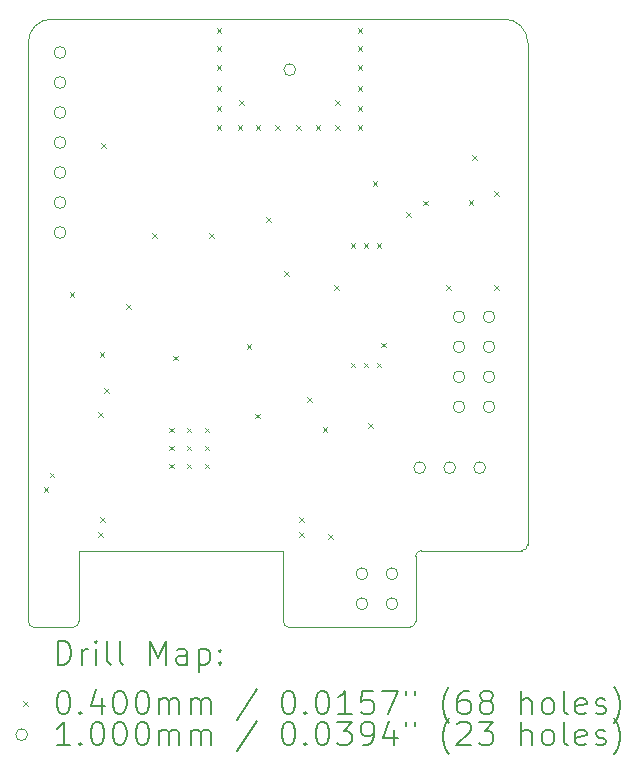
<source format=gbr>
%FSLAX45Y45*%
G04 Gerber Fmt 4.5, Leading zero omitted, Abs format (unit mm)*
G04 Created by KiCad (PCBNEW (6.0.6-0)) date 2022-08-24 21:54:26*
%MOMM*%
%LPD*%
G01*
G04 APERTURE LIST*
%TA.AperFunction,Profile*%
%ADD10C,0.100000*%
%TD*%
%ADD11C,0.200000*%
%ADD12C,0.040000*%
%ADD13C,0.100000*%
G04 APERTURE END LIST*
D10*
X8303200Y-15596800D02*
G75*
G03*
X8353200Y-15646800I50000J0D01*
G01*
X12533200Y-10696800D02*
G75*
G03*
X12333200Y-10496800I-200000J0D01*
G01*
X12333200Y-10496800D02*
X8503200Y-10496800D01*
X12483200Y-14996800D02*
G75*
G03*
X12533200Y-14946800I0J50000D01*
G01*
X8683200Y-15646800D02*
X8353200Y-15646800D01*
X11533200Y-15646800D02*
X10513200Y-15646800D01*
X10463200Y-15596800D02*
G75*
G03*
X10513200Y-15646800I50000J0D01*
G01*
X11533200Y-15646800D02*
G75*
G03*
X11583200Y-15596800I0J50000D01*
G01*
X11583200Y-15596800D02*
X11583200Y-15046800D01*
X10463200Y-14996800D02*
X8733200Y-14996800D01*
X11633200Y-14996800D02*
G75*
G03*
X11583200Y-15046800I0J-50000D01*
G01*
X8733200Y-14996800D02*
X8733200Y-15596800D01*
X10463200Y-15596800D02*
X10463200Y-14996800D01*
X8683200Y-15646800D02*
G75*
G03*
X8733200Y-15596800I0J50000D01*
G01*
X8303200Y-15596800D02*
X8303200Y-10696800D01*
X8503200Y-10496800D02*
G75*
G03*
X8303200Y-10696800I0J-200000D01*
G01*
X12533200Y-10696800D02*
X12533200Y-14946800D01*
X12483200Y-14996800D02*
X11633200Y-14996800D01*
D11*
D12*
X8433121Y-14460539D02*
X8473121Y-14500539D01*
X8473121Y-14460539D02*
X8433121Y-14500539D01*
X8483920Y-14336080D02*
X8523920Y-14376080D01*
X8523920Y-14336080D02*
X8483920Y-14376080D01*
X8654100Y-12807000D02*
X8694100Y-12847000D01*
X8694100Y-12807000D02*
X8654100Y-12847000D01*
X8895400Y-13823000D02*
X8935400Y-13863000D01*
X8935400Y-13823000D02*
X8895400Y-13863000D01*
X8895400Y-14839000D02*
X8935400Y-14879000D01*
X8935400Y-14839000D02*
X8895400Y-14879000D01*
X8908100Y-13315000D02*
X8948100Y-13355000D01*
X8948100Y-13315000D02*
X8908100Y-13355000D01*
X8910940Y-14714540D02*
X8950940Y-14754540D01*
X8950940Y-14714540D02*
X8910940Y-14754540D01*
X8920800Y-11547160D02*
X8960800Y-11587160D01*
X8960800Y-11547160D02*
X8920800Y-11587160D01*
X8946200Y-13619800D02*
X8986200Y-13659800D01*
X8986200Y-13619800D02*
X8946200Y-13659800D01*
X9132460Y-12909460D02*
X9172460Y-12949460D01*
X9172460Y-12909460D02*
X9132460Y-12949460D01*
X9352600Y-12311700D02*
X9392600Y-12351700D01*
X9392600Y-12311700D02*
X9352600Y-12351700D01*
X9494840Y-13955080D02*
X9534840Y-13995080D01*
X9534840Y-13955080D02*
X9494840Y-13995080D01*
X9494840Y-14107480D02*
X9534840Y-14147480D01*
X9534840Y-14107480D02*
X9494840Y-14147480D01*
X9494840Y-14259880D02*
X9534840Y-14299880D01*
X9534840Y-14259880D02*
X9494840Y-14299880D01*
X9530400Y-13346800D02*
X9570400Y-13386800D01*
X9570400Y-13346800D02*
X9530400Y-13386800D01*
X9644700Y-13955080D02*
X9684700Y-13995080D01*
X9684700Y-13955080D02*
X9644700Y-13995080D01*
X9644700Y-14107480D02*
X9684700Y-14147480D01*
X9684700Y-14107480D02*
X9644700Y-14147480D01*
X9644700Y-14259880D02*
X9684700Y-14299880D01*
X9684700Y-14259880D02*
X9644700Y-14299880D01*
X9797100Y-13955080D02*
X9837100Y-13995080D01*
X9837100Y-13955080D02*
X9797100Y-13995080D01*
X9797100Y-14107480D02*
X9837100Y-14147480D01*
X9837100Y-14107480D02*
X9797100Y-14147480D01*
X9797100Y-14259880D02*
X9837100Y-14299880D01*
X9837100Y-14259880D02*
X9797100Y-14299880D01*
X9835200Y-12311700D02*
X9875200Y-12351700D01*
X9875200Y-12311700D02*
X9835200Y-12351700D01*
X9898700Y-10571800D02*
X9938700Y-10611800D01*
X9938700Y-10571800D02*
X9898700Y-10611800D01*
X9898700Y-10724200D02*
X9938700Y-10764200D01*
X9938700Y-10724200D02*
X9898700Y-10764200D01*
X9898700Y-10889300D02*
X9938700Y-10929300D01*
X9938700Y-10889300D02*
X9898700Y-10929300D01*
X9898700Y-11067100D02*
X9938700Y-11107100D01*
X9938700Y-11067100D02*
X9898700Y-11107100D01*
X9898700Y-11232200D02*
X9938700Y-11272200D01*
X9938700Y-11232200D02*
X9898700Y-11272200D01*
X9898700Y-11397300D02*
X9938700Y-11437300D01*
X9938700Y-11397300D02*
X9898700Y-11437300D01*
X10076500Y-11397300D02*
X10116500Y-11437300D01*
X10116500Y-11397300D02*
X10076500Y-11437300D01*
X10089200Y-11181400D02*
X10129200Y-11221400D01*
X10129200Y-11181400D02*
X10089200Y-11221400D01*
X10152700Y-13251500D02*
X10192700Y-13291500D01*
X10192700Y-13251500D02*
X10152700Y-13291500D01*
X10223200Y-13836800D02*
X10263200Y-13876800D01*
X10263200Y-13836800D02*
X10223200Y-13876800D01*
X10228900Y-11397300D02*
X10268900Y-11437300D01*
X10268900Y-11397300D02*
X10228900Y-11437300D01*
X10317801Y-12172000D02*
X10357801Y-12212000D01*
X10357801Y-12172000D02*
X10317801Y-12212000D01*
X10394000Y-11397300D02*
X10434000Y-11437300D01*
X10434000Y-11397300D02*
X10394000Y-11437300D01*
X10470200Y-12629200D02*
X10510200Y-12669200D01*
X10510200Y-12629200D02*
X10470200Y-12669200D01*
X10571800Y-11397300D02*
X10611800Y-11437300D01*
X10611800Y-11397300D02*
X10571800Y-11437300D01*
X10597200Y-14712000D02*
X10637200Y-14752000D01*
X10637200Y-14712000D02*
X10597200Y-14752000D01*
X10597200Y-14839000D02*
X10637200Y-14879000D01*
X10637200Y-14839000D02*
X10597200Y-14879000D01*
X10664940Y-13698540D02*
X10704940Y-13738540D01*
X10704940Y-13698540D02*
X10664940Y-13738540D01*
X10736900Y-11397300D02*
X10776900Y-11437300D01*
X10776900Y-11397300D02*
X10736900Y-11437300D01*
X10797460Y-13952540D02*
X10837460Y-13992540D01*
X10837460Y-13952540D02*
X10797460Y-13992540D01*
X10843150Y-14855100D02*
X10883150Y-14895100D01*
X10883150Y-14855100D02*
X10843150Y-14895100D01*
X10893200Y-12746801D02*
X10933200Y-12786801D01*
X10933200Y-12746801D02*
X10893200Y-12786801D01*
X10902000Y-11181400D02*
X10942000Y-11221400D01*
X10942000Y-11181400D02*
X10902000Y-11221400D01*
X10902000Y-11397300D02*
X10942000Y-11437300D01*
X10942000Y-11397300D02*
X10902000Y-11437300D01*
X11033200Y-12396800D02*
X11073200Y-12436800D01*
X11073200Y-12396800D02*
X11033200Y-12436800D01*
X11033200Y-13406800D02*
X11073200Y-13446800D01*
X11073200Y-13406800D02*
X11033200Y-13446800D01*
X11092500Y-10571800D02*
X11132500Y-10611800D01*
X11132500Y-10571800D02*
X11092500Y-10611800D01*
X11092500Y-10724200D02*
X11132500Y-10764200D01*
X11132500Y-10724200D02*
X11092500Y-10764200D01*
X11092500Y-10889300D02*
X11132500Y-10929300D01*
X11132500Y-10889300D02*
X11092500Y-10929300D01*
X11092500Y-11067100D02*
X11132500Y-11107100D01*
X11132500Y-11067100D02*
X11092500Y-11107100D01*
X11092500Y-11232200D02*
X11132500Y-11272200D01*
X11132500Y-11232200D02*
X11092500Y-11272200D01*
X11092500Y-11397300D02*
X11132500Y-11437300D01*
X11132500Y-11397300D02*
X11092500Y-11437300D01*
X11143200Y-12396800D02*
X11183200Y-12436800D01*
X11183200Y-12396800D02*
X11143200Y-12436800D01*
X11143200Y-13406800D02*
X11183200Y-13446800D01*
X11183200Y-13406800D02*
X11143200Y-13446800D01*
X11183200Y-13916800D02*
X11223200Y-13956800D01*
X11223200Y-13916800D02*
X11183200Y-13956800D01*
X11219500Y-11867200D02*
X11259500Y-11907200D01*
X11259500Y-11867200D02*
X11219500Y-11907200D01*
X11253200Y-12396800D02*
X11293200Y-12436800D01*
X11293200Y-12396800D02*
X11253200Y-12436800D01*
X11253200Y-13406800D02*
X11293200Y-13446800D01*
X11293200Y-13406800D02*
X11253200Y-13446800D01*
X11293200Y-13236800D02*
X11333200Y-13276800D01*
X11333200Y-13236800D02*
X11293200Y-13276800D01*
X11503200Y-12133900D02*
X11543200Y-12173900D01*
X11543200Y-12133900D02*
X11503200Y-12173900D01*
X11649700Y-12033900D02*
X11689700Y-12073900D01*
X11689700Y-12033900D02*
X11649700Y-12073900D01*
X11841800Y-12749850D02*
X11881800Y-12789850D01*
X11881800Y-12749850D02*
X11841800Y-12789850D01*
X12033200Y-12026800D02*
X12073200Y-12066800D01*
X12073200Y-12026800D02*
X12033200Y-12066800D01*
X12061309Y-11648690D02*
X12101309Y-11688690D01*
X12101309Y-11648690D02*
X12061309Y-11688690D01*
X12248200Y-11956100D02*
X12288200Y-11996100D01*
X12288200Y-11956100D02*
X12248200Y-11996100D01*
X12248200Y-12749850D02*
X12288200Y-12789850D01*
X12288200Y-12749850D02*
X12248200Y-12789850D01*
D13*
X8622500Y-10779760D02*
G75*
G03*
X8622500Y-10779760I-50000J0D01*
G01*
X8622500Y-11033760D02*
G75*
G03*
X8622500Y-11033760I-50000J0D01*
G01*
X8622500Y-11287760D02*
G75*
G03*
X8622500Y-11287760I-50000J0D01*
G01*
X8622500Y-11541760D02*
G75*
G03*
X8622500Y-11541760I-50000J0D01*
G01*
X8622500Y-11795760D02*
G75*
G03*
X8622500Y-11795760I-50000J0D01*
G01*
X8622500Y-12049760D02*
G75*
G03*
X8622500Y-12049760I-50000J0D01*
G01*
X8622500Y-12303760D02*
G75*
G03*
X8622500Y-12303760I-50000J0D01*
G01*
X10568218Y-10925146D02*
G75*
G03*
X10568218Y-10925146I-50000J0D01*
G01*
X11179200Y-15192800D02*
G75*
G03*
X11179200Y-15192800I-50000J0D01*
G01*
X11179200Y-15446800D02*
G75*
G03*
X11179200Y-15446800I-50000J0D01*
G01*
X11433200Y-15192800D02*
G75*
G03*
X11433200Y-15192800I-50000J0D01*
G01*
X11433200Y-15446800D02*
G75*
G03*
X11433200Y-15446800I-50000J0D01*
G01*
X11667960Y-14295120D02*
G75*
G03*
X11667960Y-14295120I-50000J0D01*
G01*
X11921960Y-14295120D02*
G75*
G03*
X11921960Y-14295120I-50000J0D01*
G01*
X12000700Y-13017500D02*
G75*
G03*
X12000700Y-13017500I-50000J0D01*
G01*
X12000700Y-13271500D02*
G75*
G03*
X12000700Y-13271500I-50000J0D01*
G01*
X12000700Y-13525500D02*
G75*
G03*
X12000700Y-13525500I-50000J0D01*
G01*
X12000700Y-13779500D02*
G75*
G03*
X12000700Y-13779500I-50000J0D01*
G01*
X12175960Y-14295120D02*
G75*
G03*
X12175960Y-14295120I-50000J0D01*
G01*
X12254700Y-13017500D02*
G75*
G03*
X12254700Y-13017500I-50000J0D01*
G01*
X12254700Y-13271500D02*
G75*
G03*
X12254700Y-13271500I-50000J0D01*
G01*
X12254700Y-13525500D02*
G75*
G03*
X12254700Y-13525500I-50000J0D01*
G01*
X12254700Y-13779500D02*
G75*
G03*
X12254700Y-13779500I-50000J0D01*
G01*
D11*
X8555819Y-15962276D02*
X8555819Y-15762276D01*
X8603438Y-15762276D01*
X8632010Y-15771800D01*
X8651057Y-15790848D01*
X8660581Y-15809895D01*
X8670105Y-15847990D01*
X8670105Y-15876562D01*
X8660581Y-15914657D01*
X8651057Y-15933705D01*
X8632010Y-15952752D01*
X8603438Y-15962276D01*
X8555819Y-15962276D01*
X8755819Y-15962276D02*
X8755819Y-15828943D01*
X8755819Y-15867038D02*
X8765343Y-15847990D01*
X8774867Y-15838467D01*
X8793914Y-15828943D01*
X8812962Y-15828943D01*
X8879629Y-15962276D02*
X8879629Y-15828943D01*
X8879629Y-15762276D02*
X8870105Y-15771800D01*
X8879629Y-15781324D01*
X8889152Y-15771800D01*
X8879629Y-15762276D01*
X8879629Y-15781324D01*
X9003438Y-15962276D02*
X8984390Y-15952752D01*
X8974867Y-15933705D01*
X8974867Y-15762276D01*
X9108200Y-15962276D02*
X9089152Y-15952752D01*
X9079629Y-15933705D01*
X9079629Y-15762276D01*
X9336771Y-15962276D02*
X9336771Y-15762276D01*
X9403438Y-15905133D01*
X9470105Y-15762276D01*
X9470105Y-15962276D01*
X9651057Y-15962276D02*
X9651057Y-15857514D01*
X9641533Y-15838467D01*
X9622486Y-15828943D01*
X9584390Y-15828943D01*
X9565343Y-15838467D01*
X9651057Y-15952752D02*
X9632010Y-15962276D01*
X9584390Y-15962276D01*
X9565343Y-15952752D01*
X9555819Y-15933705D01*
X9555819Y-15914657D01*
X9565343Y-15895609D01*
X9584390Y-15886086D01*
X9632010Y-15886086D01*
X9651057Y-15876562D01*
X9746295Y-15828943D02*
X9746295Y-16028943D01*
X9746295Y-15838467D02*
X9765343Y-15828943D01*
X9803438Y-15828943D01*
X9822486Y-15838467D01*
X9832010Y-15847990D01*
X9841533Y-15867038D01*
X9841533Y-15924181D01*
X9832010Y-15943228D01*
X9822486Y-15952752D01*
X9803438Y-15962276D01*
X9765343Y-15962276D01*
X9746295Y-15952752D01*
X9927248Y-15943228D02*
X9936771Y-15952752D01*
X9927248Y-15962276D01*
X9917724Y-15952752D01*
X9927248Y-15943228D01*
X9927248Y-15962276D01*
X9927248Y-15838467D02*
X9936771Y-15847990D01*
X9927248Y-15857514D01*
X9917724Y-15847990D01*
X9927248Y-15838467D01*
X9927248Y-15857514D01*
D12*
X8258200Y-16271800D02*
X8298200Y-16311800D01*
X8298200Y-16271800D02*
X8258200Y-16311800D01*
D11*
X8593914Y-16182276D02*
X8612962Y-16182276D01*
X8632010Y-16191800D01*
X8641533Y-16201324D01*
X8651057Y-16220371D01*
X8660581Y-16258467D01*
X8660581Y-16306086D01*
X8651057Y-16344181D01*
X8641533Y-16363228D01*
X8632010Y-16372752D01*
X8612962Y-16382276D01*
X8593914Y-16382276D01*
X8574867Y-16372752D01*
X8565343Y-16363228D01*
X8555819Y-16344181D01*
X8546295Y-16306086D01*
X8546295Y-16258467D01*
X8555819Y-16220371D01*
X8565343Y-16201324D01*
X8574867Y-16191800D01*
X8593914Y-16182276D01*
X8746295Y-16363228D02*
X8755819Y-16372752D01*
X8746295Y-16382276D01*
X8736771Y-16372752D01*
X8746295Y-16363228D01*
X8746295Y-16382276D01*
X8927248Y-16248943D02*
X8927248Y-16382276D01*
X8879629Y-16172752D02*
X8832010Y-16315609D01*
X8955819Y-16315609D01*
X9070105Y-16182276D02*
X9089152Y-16182276D01*
X9108200Y-16191800D01*
X9117724Y-16201324D01*
X9127248Y-16220371D01*
X9136771Y-16258467D01*
X9136771Y-16306086D01*
X9127248Y-16344181D01*
X9117724Y-16363228D01*
X9108200Y-16372752D01*
X9089152Y-16382276D01*
X9070105Y-16382276D01*
X9051057Y-16372752D01*
X9041533Y-16363228D01*
X9032010Y-16344181D01*
X9022486Y-16306086D01*
X9022486Y-16258467D01*
X9032010Y-16220371D01*
X9041533Y-16201324D01*
X9051057Y-16191800D01*
X9070105Y-16182276D01*
X9260581Y-16182276D02*
X9279629Y-16182276D01*
X9298676Y-16191800D01*
X9308200Y-16201324D01*
X9317724Y-16220371D01*
X9327248Y-16258467D01*
X9327248Y-16306086D01*
X9317724Y-16344181D01*
X9308200Y-16363228D01*
X9298676Y-16372752D01*
X9279629Y-16382276D01*
X9260581Y-16382276D01*
X9241533Y-16372752D01*
X9232010Y-16363228D01*
X9222486Y-16344181D01*
X9212962Y-16306086D01*
X9212962Y-16258467D01*
X9222486Y-16220371D01*
X9232010Y-16201324D01*
X9241533Y-16191800D01*
X9260581Y-16182276D01*
X9412962Y-16382276D02*
X9412962Y-16248943D01*
X9412962Y-16267990D02*
X9422486Y-16258467D01*
X9441533Y-16248943D01*
X9470105Y-16248943D01*
X9489152Y-16258467D01*
X9498676Y-16277514D01*
X9498676Y-16382276D01*
X9498676Y-16277514D02*
X9508200Y-16258467D01*
X9527248Y-16248943D01*
X9555819Y-16248943D01*
X9574867Y-16258467D01*
X9584390Y-16277514D01*
X9584390Y-16382276D01*
X9679629Y-16382276D02*
X9679629Y-16248943D01*
X9679629Y-16267990D02*
X9689152Y-16258467D01*
X9708200Y-16248943D01*
X9736771Y-16248943D01*
X9755819Y-16258467D01*
X9765343Y-16277514D01*
X9765343Y-16382276D01*
X9765343Y-16277514D02*
X9774867Y-16258467D01*
X9793914Y-16248943D01*
X9822486Y-16248943D01*
X9841533Y-16258467D01*
X9851057Y-16277514D01*
X9851057Y-16382276D01*
X10241533Y-16172752D02*
X10070105Y-16429895D01*
X10498676Y-16182276D02*
X10517724Y-16182276D01*
X10536771Y-16191800D01*
X10546295Y-16201324D01*
X10555819Y-16220371D01*
X10565343Y-16258467D01*
X10565343Y-16306086D01*
X10555819Y-16344181D01*
X10546295Y-16363228D01*
X10536771Y-16372752D01*
X10517724Y-16382276D01*
X10498676Y-16382276D01*
X10479629Y-16372752D01*
X10470105Y-16363228D01*
X10460581Y-16344181D01*
X10451057Y-16306086D01*
X10451057Y-16258467D01*
X10460581Y-16220371D01*
X10470105Y-16201324D01*
X10479629Y-16191800D01*
X10498676Y-16182276D01*
X10651057Y-16363228D02*
X10660581Y-16372752D01*
X10651057Y-16382276D01*
X10641533Y-16372752D01*
X10651057Y-16363228D01*
X10651057Y-16382276D01*
X10784390Y-16182276D02*
X10803438Y-16182276D01*
X10822486Y-16191800D01*
X10832010Y-16201324D01*
X10841533Y-16220371D01*
X10851057Y-16258467D01*
X10851057Y-16306086D01*
X10841533Y-16344181D01*
X10832010Y-16363228D01*
X10822486Y-16372752D01*
X10803438Y-16382276D01*
X10784390Y-16382276D01*
X10765343Y-16372752D01*
X10755819Y-16363228D01*
X10746295Y-16344181D01*
X10736771Y-16306086D01*
X10736771Y-16258467D01*
X10746295Y-16220371D01*
X10755819Y-16201324D01*
X10765343Y-16191800D01*
X10784390Y-16182276D01*
X11041533Y-16382276D02*
X10927248Y-16382276D01*
X10984390Y-16382276D02*
X10984390Y-16182276D01*
X10965343Y-16210848D01*
X10946295Y-16229895D01*
X10927248Y-16239419D01*
X11222486Y-16182276D02*
X11127248Y-16182276D01*
X11117724Y-16277514D01*
X11127248Y-16267990D01*
X11146295Y-16258467D01*
X11193914Y-16258467D01*
X11212962Y-16267990D01*
X11222486Y-16277514D01*
X11232009Y-16296562D01*
X11232009Y-16344181D01*
X11222486Y-16363228D01*
X11212962Y-16372752D01*
X11193914Y-16382276D01*
X11146295Y-16382276D01*
X11127248Y-16372752D01*
X11117724Y-16363228D01*
X11298676Y-16182276D02*
X11432009Y-16182276D01*
X11346295Y-16382276D01*
X11498676Y-16182276D02*
X11498676Y-16220371D01*
X11574867Y-16182276D02*
X11574867Y-16220371D01*
X11870105Y-16458467D02*
X11860581Y-16448943D01*
X11841533Y-16420371D01*
X11832009Y-16401324D01*
X11822486Y-16372752D01*
X11812962Y-16325133D01*
X11812962Y-16287038D01*
X11822486Y-16239419D01*
X11832009Y-16210848D01*
X11841533Y-16191800D01*
X11860581Y-16163228D01*
X11870105Y-16153705D01*
X12032009Y-16182276D02*
X11993914Y-16182276D01*
X11974867Y-16191800D01*
X11965343Y-16201324D01*
X11946295Y-16229895D01*
X11936771Y-16267990D01*
X11936771Y-16344181D01*
X11946295Y-16363228D01*
X11955819Y-16372752D01*
X11974867Y-16382276D01*
X12012962Y-16382276D01*
X12032009Y-16372752D01*
X12041533Y-16363228D01*
X12051057Y-16344181D01*
X12051057Y-16296562D01*
X12041533Y-16277514D01*
X12032009Y-16267990D01*
X12012962Y-16258467D01*
X11974867Y-16258467D01*
X11955819Y-16267990D01*
X11946295Y-16277514D01*
X11936771Y-16296562D01*
X12165343Y-16267990D02*
X12146295Y-16258467D01*
X12136771Y-16248943D01*
X12127248Y-16229895D01*
X12127248Y-16220371D01*
X12136771Y-16201324D01*
X12146295Y-16191800D01*
X12165343Y-16182276D01*
X12203438Y-16182276D01*
X12222486Y-16191800D01*
X12232009Y-16201324D01*
X12241533Y-16220371D01*
X12241533Y-16229895D01*
X12232009Y-16248943D01*
X12222486Y-16258467D01*
X12203438Y-16267990D01*
X12165343Y-16267990D01*
X12146295Y-16277514D01*
X12136771Y-16287038D01*
X12127248Y-16306086D01*
X12127248Y-16344181D01*
X12136771Y-16363228D01*
X12146295Y-16372752D01*
X12165343Y-16382276D01*
X12203438Y-16382276D01*
X12222486Y-16372752D01*
X12232009Y-16363228D01*
X12241533Y-16344181D01*
X12241533Y-16306086D01*
X12232009Y-16287038D01*
X12222486Y-16277514D01*
X12203438Y-16267990D01*
X12479628Y-16382276D02*
X12479628Y-16182276D01*
X12565343Y-16382276D02*
X12565343Y-16277514D01*
X12555819Y-16258467D01*
X12536771Y-16248943D01*
X12508200Y-16248943D01*
X12489152Y-16258467D01*
X12479628Y-16267990D01*
X12689152Y-16382276D02*
X12670105Y-16372752D01*
X12660581Y-16363228D01*
X12651057Y-16344181D01*
X12651057Y-16287038D01*
X12660581Y-16267990D01*
X12670105Y-16258467D01*
X12689152Y-16248943D01*
X12717724Y-16248943D01*
X12736771Y-16258467D01*
X12746295Y-16267990D01*
X12755819Y-16287038D01*
X12755819Y-16344181D01*
X12746295Y-16363228D01*
X12736771Y-16372752D01*
X12717724Y-16382276D01*
X12689152Y-16382276D01*
X12870105Y-16382276D02*
X12851057Y-16372752D01*
X12841533Y-16353705D01*
X12841533Y-16182276D01*
X13022486Y-16372752D02*
X13003438Y-16382276D01*
X12965343Y-16382276D01*
X12946295Y-16372752D01*
X12936771Y-16353705D01*
X12936771Y-16277514D01*
X12946295Y-16258467D01*
X12965343Y-16248943D01*
X13003438Y-16248943D01*
X13022486Y-16258467D01*
X13032009Y-16277514D01*
X13032009Y-16296562D01*
X12936771Y-16315609D01*
X13108200Y-16372752D02*
X13127248Y-16382276D01*
X13165343Y-16382276D01*
X13184390Y-16372752D01*
X13193914Y-16353705D01*
X13193914Y-16344181D01*
X13184390Y-16325133D01*
X13165343Y-16315609D01*
X13136771Y-16315609D01*
X13117724Y-16306086D01*
X13108200Y-16287038D01*
X13108200Y-16277514D01*
X13117724Y-16258467D01*
X13136771Y-16248943D01*
X13165343Y-16248943D01*
X13184390Y-16258467D01*
X13260581Y-16458467D02*
X13270105Y-16448943D01*
X13289152Y-16420371D01*
X13298676Y-16401324D01*
X13308200Y-16372752D01*
X13317724Y-16325133D01*
X13317724Y-16287038D01*
X13308200Y-16239419D01*
X13298676Y-16210848D01*
X13289152Y-16191800D01*
X13270105Y-16163228D01*
X13260581Y-16153705D01*
D13*
X8298200Y-16555800D02*
G75*
G03*
X8298200Y-16555800I-50000J0D01*
G01*
D11*
X8660581Y-16646276D02*
X8546295Y-16646276D01*
X8603438Y-16646276D02*
X8603438Y-16446276D01*
X8584390Y-16474848D01*
X8565343Y-16493895D01*
X8546295Y-16503419D01*
X8746295Y-16627228D02*
X8755819Y-16636752D01*
X8746295Y-16646276D01*
X8736771Y-16636752D01*
X8746295Y-16627228D01*
X8746295Y-16646276D01*
X8879629Y-16446276D02*
X8898676Y-16446276D01*
X8917724Y-16455800D01*
X8927248Y-16465324D01*
X8936771Y-16484371D01*
X8946295Y-16522467D01*
X8946295Y-16570086D01*
X8936771Y-16608181D01*
X8927248Y-16627228D01*
X8917724Y-16636752D01*
X8898676Y-16646276D01*
X8879629Y-16646276D01*
X8860581Y-16636752D01*
X8851057Y-16627228D01*
X8841533Y-16608181D01*
X8832010Y-16570086D01*
X8832010Y-16522467D01*
X8841533Y-16484371D01*
X8851057Y-16465324D01*
X8860581Y-16455800D01*
X8879629Y-16446276D01*
X9070105Y-16446276D02*
X9089152Y-16446276D01*
X9108200Y-16455800D01*
X9117724Y-16465324D01*
X9127248Y-16484371D01*
X9136771Y-16522467D01*
X9136771Y-16570086D01*
X9127248Y-16608181D01*
X9117724Y-16627228D01*
X9108200Y-16636752D01*
X9089152Y-16646276D01*
X9070105Y-16646276D01*
X9051057Y-16636752D01*
X9041533Y-16627228D01*
X9032010Y-16608181D01*
X9022486Y-16570086D01*
X9022486Y-16522467D01*
X9032010Y-16484371D01*
X9041533Y-16465324D01*
X9051057Y-16455800D01*
X9070105Y-16446276D01*
X9260581Y-16446276D02*
X9279629Y-16446276D01*
X9298676Y-16455800D01*
X9308200Y-16465324D01*
X9317724Y-16484371D01*
X9327248Y-16522467D01*
X9327248Y-16570086D01*
X9317724Y-16608181D01*
X9308200Y-16627228D01*
X9298676Y-16636752D01*
X9279629Y-16646276D01*
X9260581Y-16646276D01*
X9241533Y-16636752D01*
X9232010Y-16627228D01*
X9222486Y-16608181D01*
X9212962Y-16570086D01*
X9212962Y-16522467D01*
X9222486Y-16484371D01*
X9232010Y-16465324D01*
X9241533Y-16455800D01*
X9260581Y-16446276D01*
X9412962Y-16646276D02*
X9412962Y-16512943D01*
X9412962Y-16531990D02*
X9422486Y-16522467D01*
X9441533Y-16512943D01*
X9470105Y-16512943D01*
X9489152Y-16522467D01*
X9498676Y-16541514D01*
X9498676Y-16646276D01*
X9498676Y-16541514D02*
X9508200Y-16522467D01*
X9527248Y-16512943D01*
X9555819Y-16512943D01*
X9574867Y-16522467D01*
X9584390Y-16541514D01*
X9584390Y-16646276D01*
X9679629Y-16646276D02*
X9679629Y-16512943D01*
X9679629Y-16531990D02*
X9689152Y-16522467D01*
X9708200Y-16512943D01*
X9736771Y-16512943D01*
X9755819Y-16522467D01*
X9765343Y-16541514D01*
X9765343Y-16646276D01*
X9765343Y-16541514D02*
X9774867Y-16522467D01*
X9793914Y-16512943D01*
X9822486Y-16512943D01*
X9841533Y-16522467D01*
X9851057Y-16541514D01*
X9851057Y-16646276D01*
X10241533Y-16436752D02*
X10070105Y-16693895D01*
X10498676Y-16446276D02*
X10517724Y-16446276D01*
X10536771Y-16455800D01*
X10546295Y-16465324D01*
X10555819Y-16484371D01*
X10565343Y-16522467D01*
X10565343Y-16570086D01*
X10555819Y-16608181D01*
X10546295Y-16627228D01*
X10536771Y-16636752D01*
X10517724Y-16646276D01*
X10498676Y-16646276D01*
X10479629Y-16636752D01*
X10470105Y-16627228D01*
X10460581Y-16608181D01*
X10451057Y-16570086D01*
X10451057Y-16522467D01*
X10460581Y-16484371D01*
X10470105Y-16465324D01*
X10479629Y-16455800D01*
X10498676Y-16446276D01*
X10651057Y-16627228D02*
X10660581Y-16636752D01*
X10651057Y-16646276D01*
X10641533Y-16636752D01*
X10651057Y-16627228D01*
X10651057Y-16646276D01*
X10784390Y-16446276D02*
X10803438Y-16446276D01*
X10822486Y-16455800D01*
X10832010Y-16465324D01*
X10841533Y-16484371D01*
X10851057Y-16522467D01*
X10851057Y-16570086D01*
X10841533Y-16608181D01*
X10832010Y-16627228D01*
X10822486Y-16636752D01*
X10803438Y-16646276D01*
X10784390Y-16646276D01*
X10765343Y-16636752D01*
X10755819Y-16627228D01*
X10746295Y-16608181D01*
X10736771Y-16570086D01*
X10736771Y-16522467D01*
X10746295Y-16484371D01*
X10755819Y-16465324D01*
X10765343Y-16455800D01*
X10784390Y-16446276D01*
X10917724Y-16446276D02*
X11041533Y-16446276D01*
X10974867Y-16522467D01*
X11003438Y-16522467D01*
X11022486Y-16531990D01*
X11032010Y-16541514D01*
X11041533Y-16560562D01*
X11041533Y-16608181D01*
X11032010Y-16627228D01*
X11022486Y-16636752D01*
X11003438Y-16646276D01*
X10946295Y-16646276D01*
X10927248Y-16636752D01*
X10917724Y-16627228D01*
X11136771Y-16646276D02*
X11174867Y-16646276D01*
X11193914Y-16636752D01*
X11203438Y-16627228D01*
X11222486Y-16598657D01*
X11232009Y-16560562D01*
X11232009Y-16484371D01*
X11222486Y-16465324D01*
X11212962Y-16455800D01*
X11193914Y-16446276D01*
X11155819Y-16446276D01*
X11136771Y-16455800D01*
X11127248Y-16465324D01*
X11117724Y-16484371D01*
X11117724Y-16531990D01*
X11127248Y-16551038D01*
X11136771Y-16560562D01*
X11155819Y-16570086D01*
X11193914Y-16570086D01*
X11212962Y-16560562D01*
X11222486Y-16551038D01*
X11232009Y-16531990D01*
X11403438Y-16512943D02*
X11403438Y-16646276D01*
X11355819Y-16436752D02*
X11308200Y-16579609D01*
X11432009Y-16579609D01*
X11498676Y-16446276D02*
X11498676Y-16484371D01*
X11574867Y-16446276D02*
X11574867Y-16484371D01*
X11870105Y-16722467D02*
X11860581Y-16712943D01*
X11841533Y-16684371D01*
X11832009Y-16665324D01*
X11822486Y-16636752D01*
X11812962Y-16589133D01*
X11812962Y-16551038D01*
X11822486Y-16503419D01*
X11832009Y-16474848D01*
X11841533Y-16455800D01*
X11860581Y-16427228D01*
X11870105Y-16417705D01*
X11936771Y-16465324D02*
X11946295Y-16455800D01*
X11965343Y-16446276D01*
X12012962Y-16446276D01*
X12032009Y-16455800D01*
X12041533Y-16465324D01*
X12051057Y-16484371D01*
X12051057Y-16503419D01*
X12041533Y-16531990D01*
X11927248Y-16646276D01*
X12051057Y-16646276D01*
X12117724Y-16446276D02*
X12241533Y-16446276D01*
X12174867Y-16522467D01*
X12203438Y-16522467D01*
X12222486Y-16531990D01*
X12232009Y-16541514D01*
X12241533Y-16560562D01*
X12241533Y-16608181D01*
X12232009Y-16627228D01*
X12222486Y-16636752D01*
X12203438Y-16646276D01*
X12146295Y-16646276D01*
X12127248Y-16636752D01*
X12117724Y-16627228D01*
X12479628Y-16646276D02*
X12479628Y-16446276D01*
X12565343Y-16646276D02*
X12565343Y-16541514D01*
X12555819Y-16522467D01*
X12536771Y-16512943D01*
X12508200Y-16512943D01*
X12489152Y-16522467D01*
X12479628Y-16531990D01*
X12689152Y-16646276D02*
X12670105Y-16636752D01*
X12660581Y-16627228D01*
X12651057Y-16608181D01*
X12651057Y-16551038D01*
X12660581Y-16531990D01*
X12670105Y-16522467D01*
X12689152Y-16512943D01*
X12717724Y-16512943D01*
X12736771Y-16522467D01*
X12746295Y-16531990D01*
X12755819Y-16551038D01*
X12755819Y-16608181D01*
X12746295Y-16627228D01*
X12736771Y-16636752D01*
X12717724Y-16646276D01*
X12689152Y-16646276D01*
X12870105Y-16646276D02*
X12851057Y-16636752D01*
X12841533Y-16617705D01*
X12841533Y-16446276D01*
X13022486Y-16636752D02*
X13003438Y-16646276D01*
X12965343Y-16646276D01*
X12946295Y-16636752D01*
X12936771Y-16617705D01*
X12936771Y-16541514D01*
X12946295Y-16522467D01*
X12965343Y-16512943D01*
X13003438Y-16512943D01*
X13022486Y-16522467D01*
X13032009Y-16541514D01*
X13032009Y-16560562D01*
X12936771Y-16579609D01*
X13108200Y-16636752D02*
X13127248Y-16646276D01*
X13165343Y-16646276D01*
X13184390Y-16636752D01*
X13193914Y-16617705D01*
X13193914Y-16608181D01*
X13184390Y-16589133D01*
X13165343Y-16579609D01*
X13136771Y-16579609D01*
X13117724Y-16570086D01*
X13108200Y-16551038D01*
X13108200Y-16541514D01*
X13117724Y-16522467D01*
X13136771Y-16512943D01*
X13165343Y-16512943D01*
X13184390Y-16522467D01*
X13260581Y-16722467D02*
X13270105Y-16712943D01*
X13289152Y-16684371D01*
X13298676Y-16665324D01*
X13308200Y-16636752D01*
X13317724Y-16589133D01*
X13317724Y-16551038D01*
X13308200Y-16503419D01*
X13298676Y-16474848D01*
X13289152Y-16455800D01*
X13270105Y-16427228D01*
X13260581Y-16417705D01*
M02*

</source>
